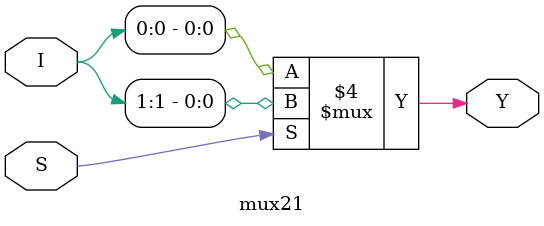
<source format=v>
`timescale 1ns / 1ps


module mux21(
    input [1:0] I,
    input  S,
    output reg Y 
    );

always @(I,S)
begin
 if(S==0)
 Y=I[0];
 else
 Y=I[1];
  end
endmodule

</source>
